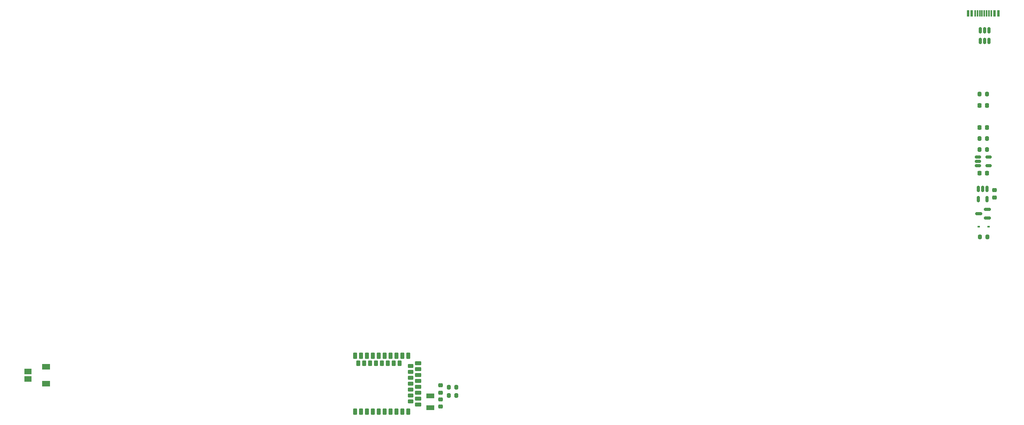
<source format=gbr>
%TF.GenerationSoftware,KiCad,Pcbnew,(6.0.0-rc1-172-gb8b8c0d34c)*%
%TF.CreationDate,2021-12-06T22:24:08-07:00*%
%TF.ProjectId,Z18,5a31382e-6b69-4636-9164-5f7063625858,rev?*%
%TF.SameCoordinates,PX17f2fb4PY122ae10*%
%TF.FileFunction,Paste,Top*%
%TF.FilePolarity,Positive*%
%FSLAX46Y46*%
G04 Gerber Fmt 4.6, Leading zero omitted, Abs format (unit mm)*
G04 Created by KiCad (PCBNEW (6.0.0-rc1-172-gb8b8c0d34c)) date 2021-12-06 22:24:08*
%MOMM*%
%LPD*%
G01*
G04 APERTURE LIST*
G04 Aperture macros list*
%AMRoundRect*
0 Rectangle with rounded corners*
0 $1 Rounding radius*
0 $2 $3 $4 $5 $6 $7 $8 $9 X,Y pos of 4 corners*
0 Add a 4 corners polygon primitive as box body*
4,1,4,$2,$3,$4,$5,$6,$7,$8,$9,$2,$3,0*
0 Add four circle primitives for the rounded corners*
1,1,$1+$1,$2,$3*
1,1,$1+$1,$4,$5*
1,1,$1+$1,$6,$7*
1,1,$1+$1,$8,$9*
0 Add four rect primitives between the rounded corners*
20,1,$1+$1,$2,$3,$4,$5,0*
20,1,$1+$1,$4,$5,$6,$7,0*
20,1,$1+$1,$6,$7,$8,$9,0*
20,1,$1+$1,$8,$9,$2,$3,0*%
G04 Aperture macros list end*
%ADD10RoundRect,0.200000X0.200000X0.275000X-0.200000X0.275000X-0.200000X-0.275000X0.200000X-0.275000X0*%
%ADD11RoundRect,0.150000X0.150000X-0.512500X0.150000X0.512500X-0.150000X0.512500X-0.150000X-0.512500X0*%
%ADD12RoundRect,0.225000X0.225000X0.250000X-0.225000X0.250000X-0.225000X-0.250000X0.225000X-0.250000X0*%
%ADD13R,1.800000X1.000000*%
%ADD14RoundRect,0.218750X0.218750X0.256250X-0.218750X0.256250X-0.218750X-0.256250X0.218750X-0.256250X0*%
%ADD15RoundRect,0.150000X-0.150000X0.512500X-0.150000X-0.512500X0.150000X-0.512500X0.150000X0.512500X0*%
%ADD16RoundRect,0.150000X-0.512500X-0.150000X0.512500X-0.150000X0.512500X0.150000X-0.512500X0.150000X0*%
%ADD17RoundRect,0.100000X-0.300000X0.600000X-0.300000X-0.600000X0.300000X-0.600000X0.300000X0.600000X0*%
%ADD18RoundRect,0.100000X-0.600000X-0.300000X0.600000X-0.300000X0.600000X0.300000X-0.600000X0.300000X0*%
%ADD19RoundRect,0.100000X-0.500000X-0.300000X0.500000X-0.300000X0.500000X0.300000X-0.500000X0.300000X0*%
%ADD20RoundRect,0.100000X-0.300000X0.500000X-0.300000X-0.500000X0.300000X-0.500000X0.300000X0.500000X0*%
%ADD21R,1.550000X1.200000*%
%ADD22R,1.800000X1.200000*%
%ADD23R,0.600000X0.450000*%
%ADD24RoundRect,0.200000X-0.200000X-0.275000X0.200000X-0.275000X0.200000X0.275000X-0.200000X0.275000X0*%
%ADD25R,0.600000X1.450000*%
%ADD26R,0.300000X1.450000*%
%ADD27RoundRect,0.225000X-0.250000X0.225000X-0.250000X-0.225000X0.250000X-0.225000X0.250000X0.225000X0*%
%ADD28RoundRect,0.150000X0.587500X0.150000X-0.587500X0.150000X-0.587500X-0.150000X0.587500X-0.150000X0*%
%ADD29RoundRect,0.225000X0.250000X-0.225000X0.250000X0.225000X-0.250000X0.225000X-0.250000X-0.225000X0*%
G04 APERTURE END LIST*
D10*
%TO.C,R7*%
X291450000Y-54525000D03*
X289800000Y-54525000D03*
%TD*%
%TO.C,R2*%
X177212500Y-88675000D03*
X175562500Y-88675000D03*
%TD*%
%TO.C,R4*%
X291337500Y-35718750D03*
X289687500Y-35718750D03*
%TD*%
D11*
%TO.C,U4*%
X289848222Y-12313500D03*
X290798222Y-12313500D03*
X291748222Y-12313500D03*
X291748222Y-10038500D03*
X290798222Y-10038500D03*
X289848222Y-10038500D03*
%TD*%
D12*
%TO.C,C3*%
X291287500Y-40798750D03*
X289737500Y-40798750D03*
%TD*%
D13*
%TO.C,Y1*%
X171640500Y-88729500D03*
X171640500Y-91229500D03*
%TD*%
D14*
%TO.C,D86*%
X291300000Y-26193750D03*
X289725000Y-26193750D03*
%TD*%
D15*
%TO.C,U3*%
X291343750Y-44143750D03*
X290393750Y-44143750D03*
X289443750Y-44143750D03*
X289443750Y-46418750D03*
X291343750Y-46418750D03*
%TD*%
D16*
%TO.C,U1*%
X289375000Y-37308750D03*
X289375000Y-38258750D03*
X289375000Y-39208750D03*
X291650000Y-39208750D03*
X291650000Y-37308750D03*
%TD*%
D17*
%TO.C,U2*%
X155466222Y-92106000D03*
X156736222Y-92106000D03*
X158006222Y-92106000D03*
X159276222Y-92106000D03*
X160546222Y-92106000D03*
X161816222Y-92106000D03*
X163086222Y-92106000D03*
X164356222Y-92106000D03*
X165626222Y-92106000D03*
X166896222Y-92106000D03*
D18*
X168996222Y-90546000D03*
D19*
X167396222Y-89916000D03*
D18*
X168996222Y-89276000D03*
D19*
X167396222Y-88646000D03*
D18*
X168996222Y-88006000D03*
D19*
X167396222Y-87376000D03*
D18*
X168996222Y-86736000D03*
D19*
X167396222Y-86106000D03*
D18*
X168996222Y-85466000D03*
D19*
X167396222Y-84836000D03*
D18*
X168996222Y-84196000D03*
D19*
X167396222Y-83566000D03*
D18*
X168996222Y-82926000D03*
D19*
X167396222Y-82296000D03*
D18*
X168996222Y-81656000D03*
D17*
X166896222Y-80106000D03*
X165626222Y-80106000D03*
D20*
X164991222Y-81706000D03*
D17*
X164356222Y-80106000D03*
D20*
X163721222Y-81706000D03*
D17*
X163086222Y-80106000D03*
D20*
X162451222Y-81706000D03*
D17*
X161816222Y-80106000D03*
D20*
X161181222Y-81706000D03*
D17*
X160546222Y-80106000D03*
D20*
X159911222Y-81706000D03*
D17*
X159276222Y-80106000D03*
D20*
X158641222Y-81706000D03*
D17*
X158006222Y-80106000D03*
D20*
X157371222Y-81706000D03*
D17*
X156736222Y-80106000D03*
D20*
X156101222Y-81706000D03*
D17*
X155466222Y-80106000D03*
%TD*%
D14*
%TO.C,D83*%
X291300000Y-30956250D03*
X289725000Y-30956250D03*
%TD*%
D21*
%TO.C,J2*%
X85083500Y-85064500D03*
X85083500Y-83464500D03*
D22*
X88958500Y-86064500D03*
X88958500Y-82464500D03*
%TD*%
D23*
%TO.C,D85*%
X289575000Y-52325000D03*
X291675000Y-52325000D03*
%TD*%
D10*
%TO.C,R9*%
X291337500Y-23812500D03*
X289687500Y-23812500D03*
%TD*%
D24*
%TO.C,R3*%
X175562500Y-86875000D03*
X177212500Y-86875000D03*
%TD*%
D25*
%TO.C,J4*%
X293762472Y-6426250D03*
X292962472Y-6426250D03*
D26*
X291762472Y-6426250D03*
X290762472Y-6426250D03*
X290262472Y-6426250D03*
X289262472Y-6426250D03*
D25*
X288062472Y-6426250D03*
X287262472Y-6426250D03*
X287262472Y-6426250D03*
X288062472Y-6426250D03*
D26*
X288762472Y-6426250D03*
X289762472Y-6426250D03*
X291262472Y-6426250D03*
X292262472Y-6426250D03*
D25*
X292962472Y-6426250D03*
X293762472Y-6426250D03*
%TD*%
D10*
%TO.C,R1*%
X291337500Y-33337500D03*
X289687500Y-33337500D03*
%TD*%
D27*
%TO.C,C1*%
X173787500Y-86475000D03*
X173787500Y-88025000D03*
%TD*%
D28*
%TO.C,Q1*%
X291449997Y-50475000D03*
X291449997Y-48575000D03*
X289574997Y-49525000D03*
%TD*%
D29*
%TO.C,C4*%
X292893750Y-46018750D03*
X292893750Y-44468750D03*
%TD*%
D27*
%TO.C,C2*%
X173787500Y-89475000D03*
X173787500Y-91025000D03*
%TD*%
M02*

</source>
